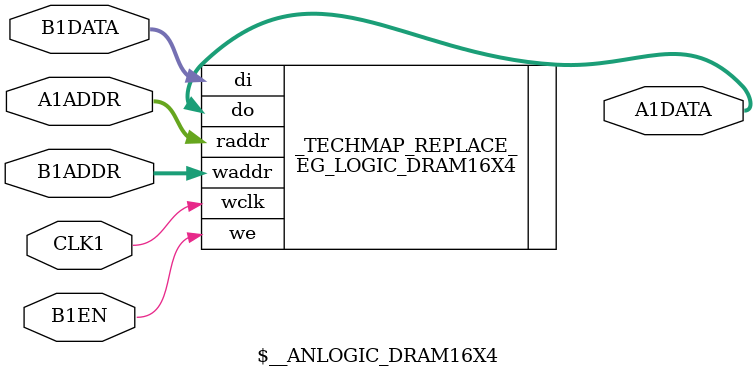
<source format=v>

module \$__ANLOGIC_DRAM16X4 (CLK1, A1ADDR, A1DATA, B1ADDR, B1DATA, B1EN);
	parameter [63:0]INIT = 64'bx;
	input CLK1;

	input [3:0] A1ADDR;
	output [3:0] A1DATA;

	input [3:0] B1ADDR;
	input [3:0] B1DATA;
	input B1EN;

	EG_LOGIC_DRAM16X4 #(
		`include "dram_init_16x4.vh"
	) _TECHMAP_REPLACE_ (
		.di(B1DATA),
		.waddr(B1ADDR),
		.wclk(CLK1),
		.we(B1EN),
		.raddr(A1ADDR),
		.do(A1DATA)
	);
endmodule

</source>
